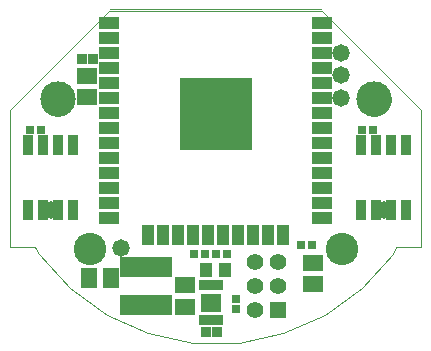
<source format=gts>
G75*
%MOIN*%
%OFA0B0*%
%FSLAX25Y25*%
%IPPOS*%
%LPD*%
%AMOC8*
5,1,8,0,0,1.08239X$1,22.5*
%
%ADD10C,0.00000*%
%ADD11C,0.11824*%
%ADD12R,0.06509X0.05328*%
%ADD13R,0.03359X0.03359*%
%ADD14R,0.04343X0.04540*%
%ADD15R,0.05328X0.06509*%
%ADD16R,0.01981X0.03753*%
%ADD17R,0.06548X0.06154*%
%ADD18R,0.03162X0.03162*%
%ADD19C,0.05800*%
%ADD20C,0.10800*%
%ADD21R,0.03200X0.06800*%
%ADD22R,0.06706X0.04343*%
%ADD23R,0.04343X0.06706*%
%ADD24R,0.24422X0.24422*%
%ADD25R,0.05600X0.05600*%
%ADD26C,0.05600*%
%ADD27R,0.17335X0.06706*%
%ADD28C,0.12611*%
D10*
X0037313Y0048654D02*
X0051223Y0042461D01*
X0066117Y0039295D01*
X0081344Y0039295D01*
X0096237Y0042461D01*
X0110148Y0048654D01*
X0122466Y0057604D01*
X0132655Y0068919D01*
X0133959Y0071179D01*
X0142234Y0071179D01*
X0142234Y0116849D01*
X0109163Y0149919D01*
X0038297Y0149919D01*
X0005226Y0116849D01*
X0005226Y0071179D01*
X0013501Y0071179D01*
X0014806Y0068919D01*
X0024994Y0057604D01*
X0037313Y0048654D01*
X0015462Y0120412D02*
X0015464Y0120560D01*
X0015470Y0120708D01*
X0015480Y0120856D01*
X0015494Y0121003D01*
X0015512Y0121150D01*
X0015533Y0121296D01*
X0015559Y0121442D01*
X0015589Y0121587D01*
X0015622Y0121731D01*
X0015660Y0121874D01*
X0015701Y0122016D01*
X0015746Y0122157D01*
X0015794Y0122297D01*
X0015847Y0122436D01*
X0015903Y0122573D01*
X0015963Y0122708D01*
X0016026Y0122842D01*
X0016093Y0122974D01*
X0016164Y0123104D01*
X0016238Y0123232D01*
X0016315Y0123358D01*
X0016396Y0123482D01*
X0016480Y0123604D01*
X0016567Y0123723D01*
X0016658Y0123840D01*
X0016752Y0123955D01*
X0016848Y0124067D01*
X0016948Y0124177D01*
X0017050Y0124283D01*
X0017156Y0124387D01*
X0017264Y0124488D01*
X0017375Y0124586D01*
X0017488Y0124682D01*
X0017604Y0124774D01*
X0017722Y0124863D01*
X0017843Y0124948D01*
X0017966Y0125031D01*
X0018091Y0125110D01*
X0018218Y0125186D01*
X0018347Y0125258D01*
X0018478Y0125327D01*
X0018611Y0125392D01*
X0018746Y0125453D01*
X0018882Y0125511D01*
X0019019Y0125566D01*
X0019158Y0125616D01*
X0019299Y0125663D01*
X0019440Y0125706D01*
X0019583Y0125746D01*
X0019727Y0125781D01*
X0019871Y0125813D01*
X0020017Y0125840D01*
X0020163Y0125864D01*
X0020310Y0125884D01*
X0020457Y0125900D01*
X0020604Y0125912D01*
X0020752Y0125920D01*
X0020900Y0125924D01*
X0021048Y0125924D01*
X0021196Y0125920D01*
X0021344Y0125912D01*
X0021491Y0125900D01*
X0021638Y0125884D01*
X0021785Y0125864D01*
X0021931Y0125840D01*
X0022077Y0125813D01*
X0022221Y0125781D01*
X0022365Y0125746D01*
X0022508Y0125706D01*
X0022649Y0125663D01*
X0022790Y0125616D01*
X0022929Y0125566D01*
X0023066Y0125511D01*
X0023202Y0125453D01*
X0023337Y0125392D01*
X0023470Y0125327D01*
X0023601Y0125258D01*
X0023730Y0125186D01*
X0023857Y0125110D01*
X0023982Y0125031D01*
X0024105Y0124948D01*
X0024226Y0124863D01*
X0024344Y0124774D01*
X0024460Y0124682D01*
X0024573Y0124586D01*
X0024684Y0124488D01*
X0024792Y0124387D01*
X0024898Y0124283D01*
X0025000Y0124177D01*
X0025100Y0124067D01*
X0025196Y0123955D01*
X0025290Y0123840D01*
X0025381Y0123723D01*
X0025468Y0123604D01*
X0025552Y0123482D01*
X0025633Y0123358D01*
X0025710Y0123232D01*
X0025784Y0123104D01*
X0025855Y0122974D01*
X0025922Y0122842D01*
X0025985Y0122708D01*
X0026045Y0122573D01*
X0026101Y0122436D01*
X0026154Y0122297D01*
X0026202Y0122157D01*
X0026247Y0122016D01*
X0026288Y0121874D01*
X0026326Y0121731D01*
X0026359Y0121587D01*
X0026389Y0121442D01*
X0026415Y0121296D01*
X0026436Y0121150D01*
X0026454Y0121003D01*
X0026468Y0120856D01*
X0026478Y0120708D01*
X0026484Y0120560D01*
X0026486Y0120412D01*
X0026484Y0120264D01*
X0026478Y0120116D01*
X0026468Y0119968D01*
X0026454Y0119821D01*
X0026436Y0119674D01*
X0026415Y0119528D01*
X0026389Y0119382D01*
X0026359Y0119237D01*
X0026326Y0119093D01*
X0026288Y0118950D01*
X0026247Y0118808D01*
X0026202Y0118667D01*
X0026154Y0118527D01*
X0026101Y0118388D01*
X0026045Y0118251D01*
X0025985Y0118116D01*
X0025922Y0117982D01*
X0025855Y0117850D01*
X0025784Y0117720D01*
X0025710Y0117592D01*
X0025633Y0117466D01*
X0025552Y0117342D01*
X0025468Y0117220D01*
X0025381Y0117101D01*
X0025290Y0116984D01*
X0025196Y0116869D01*
X0025100Y0116757D01*
X0025000Y0116647D01*
X0024898Y0116541D01*
X0024792Y0116437D01*
X0024684Y0116336D01*
X0024573Y0116238D01*
X0024460Y0116142D01*
X0024344Y0116050D01*
X0024226Y0115961D01*
X0024105Y0115876D01*
X0023982Y0115793D01*
X0023857Y0115714D01*
X0023730Y0115638D01*
X0023601Y0115566D01*
X0023470Y0115497D01*
X0023337Y0115432D01*
X0023202Y0115371D01*
X0023066Y0115313D01*
X0022929Y0115258D01*
X0022790Y0115208D01*
X0022649Y0115161D01*
X0022508Y0115118D01*
X0022365Y0115078D01*
X0022221Y0115043D01*
X0022077Y0115011D01*
X0021931Y0114984D01*
X0021785Y0114960D01*
X0021638Y0114940D01*
X0021491Y0114924D01*
X0021344Y0114912D01*
X0021196Y0114904D01*
X0021048Y0114900D01*
X0020900Y0114900D01*
X0020752Y0114904D01*
X0020604Y0114912D01*
X0020457Y0114924D01*
X0020310Y0114940D01*
X0020163Y0114960D01*
X0020017Y0114984D01*
X0019871Y0115011D01*
X0019727Y0115043D01*
X0019583Y0115078D01*
X0019440Y0115118D01*
X0019299Y0115161D01*
X0019158Y0115208D01*
X0019019Y0115258D01*
X0018882Y0115313D01*
X0018746Y0115371D01*
X0018611Y0115432D01*
X0018478Y0115497D01*
X0018347Y0115566D01*
X0018218Y0115638D01*
X0018091Y0115714D01*
X0017966Y0115793D01*
X0017843Y0115876D01*
X0017722Y0115961D01*
X0017604Y0116050D01*
X0017488Y0116142D01*
X0017375Y0116238D01*
X0017264Y0116336D01*
X0017156Y0116437D01*
X0017050Y0116541D01*
X0016948Y0116647D01*
X0016848Y0116757D01*
X0016752Y0116869D01*
X0016658Y0116984D01*
X0016567Y0117101D01*
X0016480Y0117220D01*
X0016396Y0117342D01*
X0016315Y0117466D01*
X0016238Y0117592D01*
X0016164Y0117720D01*
X0016093Y0117850D01*
X0016026Y0117982D01*
X0015963Y0118116D01*
X0015903Y0118251D01*
X0015847Y0118388D01*
X0015794Y0118527D01*
X0015746Y0118667D01*
X0015701Y0118808D01*
X0015660Y0118950D01*
X0015622Y0119093D01*
X0015589Y0119237D01*
X0015559Y0119382D01*
X0015533Y0119528D01*
X0015512Y0119674D01*
X0015494Y0119821D01*
X0015480Y0119968D01*
X0015470Y0120116D01*
X0015464Y0120264D01*
X0015462Y0120412D01*
X0038612Y0150628D02*
X0108691Y0150628D01*
X0120994Y0120412D02*
X0120996Y0120560D01*
X0121002Y0120708D01*
X0121012Y0120856D01*
X0121026Y0121003D01*
X0121044Y0121150D01*
X0121065Y0121296D01*
X0121091Y0121442D01*
X0121121Y0121587D01*
X0121154Y0121731D01*
X0121192Y0121874D01*
X0121233Y0122016D01*
X0121278Y0122157D01*
X0121326Y0122297D01*
X0121379Y0122436D01*
X0121435Y0122573D01*
X0121495Y0122708D01*
X0121558Y0122842D01*
X0121625Y0122974D01*
X0121696Y0123104D01*
X0121770Y0123232D01*
X0121847Y0123358D01*
X0121928Y0123482D01*
X0122012Y0123604D01*
X0122099Y0123723D01*
X0122190Y0123840D01*
X0122284Y0123955D01*
X0122380Y0124067D01*
X0122480Y0124177D01*
X0122582Y0124283D01*
X0122688Y0124387D01*
X0122796Y0124488D01*
X0122907Y0124586D01*
X0123020Y0124682D01*
X0123136Y0124774D01*
X0123254Y0124863D01*
X0123375Y0124948D01*
X0123498Y0125031D01*
X0123623Y0125110D01*
X0123750Y0125186D01*
X0123879Y0125258D01*
X0124010Y0125327D01*
X0124143Y0125392D01*
X0124278Y0125453D01*
X0124414Y0125511D01*
X0124551Y0125566D01*
X0124690Y0125616D01*
X0124831Y0125663D01*
X0124972Y0125706D01*
X0125115Y0125746D01*
X0125259Y0125781D01*
X0125403Y0125813D01*
X0125549Y0125840D01*
X0125695Y0125864D01*
X0125842Y0125884D01*
X0125989Y0125900D01*
X0126136Y0125912D01*
X0126284Y0125920D01*
X0126432Y0125924D01*
X0126580Y0125924D01*
X0126728Y0125920D01*
X0126876Y0125912D01*
X0127023Y0125900D01*
X0127170Y0125884D01*
X0127317Y0125864D01*
X0127463Y0125840D01*
X0127609Y0125813D01*
X0127753Y0125781D01*
X0127897Y0125746D01*
X0128040Y0125706D01*
X0128181Y0125663D01*
X0128322Y0125616D01*
X0128461Y0125566D01*
X0128598Y0125511D01*
X0128734Y0125453D01*
X0128869Y0125392D01*
X0129002Y0125327D01*
X0129133Y0125258D01*
X0129262Y0125186D01*
X0129389Y0125110D01*
X0129514Y0125031D01*
X0129637Y0124948D01*
X0129758Y0124863D01*
X0129876Y0124774D01*
X0129992Y0124682D01*
X0130105Y0124586D01*
X0130216Y0124488D01*
X0130324Y0124387D01*
X0130430Y0124283D01*
X0130532Y0124177D01*
X0130632Y0124067D01*
X0130728Y0123955D01*
X0130822Y0123840D01*
X0130913Y0123723D01*
X0131000Y0123604D01*
X0131084Y0123482D01*
X0131165Y0123358D01*
X0131242Y0123232D01*
X0131316Y0123104D01*
X0131387Y0122974D01*
X0131454Y0122842D01*
X0131517Y0122708D01*
X0131577Y0122573D01*
X0131633Y0122436D01*
X0131686Y0122297D01*
X0131734Y0122157D01*
X0131779Y0122016D01*
X0131820Y0121874D01*
X0131858Y0121731D01*
X0131891Y0121587D01*
X0131921Y0121442D01*
X0131947Y0121296D01*
X0131968Y0121150D01*
X0131986Y0121003D01*
X0132000Y0120856D01*
X0132010Y0120708D01*
X0132016Y0120560D01*
X0132018Y0120412D01*
X0132016Y0120264D01*
X0132010Y0120116D01*
X0132000Y0119968D01*
X0131986Y0119821D01*
X0131968Y0119674D01*
X0131947Y0119528D01*
X0131921Y0119382D01*
X0131891Y0119237D01*
X0131858Y0119093D01*
X0131820Y0118950D01*
X0131779Y0118808D01*
X0131734Y0118667D01*
X0131686Y0118527D01*
X0131633Y0118388D01*
X0131577Y0118251D01*
X0131517Y0118116D01*
X0131454Y0117982D01*
X0131387Y0117850D01*
X0131316Y0117720D01*
X0131242Y0117592D01*
X0131165Y0117466D01*
X0131084Y0117342D01*
X0131000Y0117220D01*
X0130913Y0117101D01*
X0130822Y0116984D01*
X0130728Y0116869D01*
X0130632Y0116757D01*
X0130532Y0116647D01*
X0130430Y0116541D01*
X0130324Y0116437D01*
X0130216Y0116336D01*
X0130105Y0116238D01*
X0129992Y0116142D01*
X0129876Y0116050D01*
X0129758Y0115961D01*
X0129637Y0115876D01*
X0129514Y0115793D01*
X0129389Y0115714D01*
X0129262Y0115638D01*
X0129133Y0115566D01*
X0129002Y0115497D01*
X0128869Y0115432D01*
X0128734Y0115371D01*
X0128598Y0115313D01*
X0128461Y0115258D01*
X0128322Y0115208D01*
X0128181Y0115161D01*
X0128040Y0115118D01*
X0127897Y0115078D01*
X0127753Y0115043D01*
X0127609Y0115011D01*
X0127463Y0114984D01*
X0127317Y0114960D01*
X0127170Y0114940D01*
X0127023Y0114924D01*
X0126876Y0114912D01*
X0126728Y0114904D01*
X0126580Y0114900D01*
X0126432Y0114900D01*
X0126284Y0114904D01*
X0126136Y0114912D01*
X0125989Y0114924D01*
X0125842Y0114940D01*
X0125695Y0114960D01*
X0125549Y0114984D01*
X0125403Y0115011D01*
X0125259Y0115043D01*
X0125115Y0115078D01*
X0124972Y0115118D01*
X0124831Y0115161D01*
X0124690Y0115208D01*
X0124551Y0115258D01*
X0124414Y0115313D01*
X0124278Y0115371D01*
X0124143Y0115432D01*
X0124010Y0115497D01*
X0123879Y0115566D01*
X0123750Y0115638D01*
X0123623Y0115714D01*
X0123498Y0115793D01*
X0123375Y0115876D01*
X0123254Y0115961D01*
X0123136Y0116050D01*
X0123020Y0116142D01*
X0122907Y0116238D01*
X0122796Y0116336D01*
X0122688Y0116437D01*
X0122582Y0116541D01*
X0122480Y0116647D01*
X0122380Y0116757D01*
X0122284Y0116869D01*
X0122190Y0116984D01*
X0122099Y0117101D01*
X0122012Y0117220D01*
X0121928Y0117342D01*
X0121847Y0117466D01*
X0121770Y0117592D01*
X0121696Y0117720D01*
X0121625Y0117850D01*
X0121558Y0117982D01*
X0121495Y0118116D01*
X0121435Y0118251D01*
X0121379Y0118388D01*
X0121326Y0118527D01*
X0121278Y0118667D01*
X0121233Y0118808D01*
X0121192Y0118950D01*
X0121154Y0119093D01*
X0121121Y0119237D01*
X0121091Y0119382D01*
X0121065Y0119528D01*
X0121044Y0119674D01*
X0121026Y0119821D01*
X0121012Y0119968D01*
X0121002Y0120116D01*
X0120996Y0120264D01*
X0120994Y0120412D01*
D11*
X0126506Y0120412D03*
X0020974Y0120412D03*
D12*
X0030856Y0121100D03*
X0030856Y0128187D03*
X0063533Y0058423D03*
X0063533Y0051337D03*
X0106289Y0058797D03*
X0106289Y0065884D03*
D13*
X0074026Y0042833D03*
X0070482Y0042833D03*
X0032707Y0133856D03*
X0029163Y0133856D03*
D14*
X0070463Y0063620D03*
X0076762Y0063620D03*
D15*
X0038691Y0060904D03*
X0031604Y0060904D03*
D16*
X0069203Y0058581D03*
X0071171Y0058581D03*
X0073140Y0058581D03*
X0075108Y0058581D03*
X0075108Y0046770D03*
X0073140Y0046770D03*
X0071171Y0046770D03*
X0069203Y0046770D03*
D17*
X0072156Y0052675D03*
D18*
X0080305Y0053896D03*
X0080305Y0050352D03*
X0077470Y0068719D03*
X0073927Y0068719D03*
X0069990Y0068719D03*
X0066447Y0068719D03*
X0102274Y0071967D03*
X0105817Y0071967D03*
X0122431Y0110274D03*
X0125974Y0110274D03*
X0015423Y0110274D03*
X0011880Y0110274D03*
D19*
X0018770Y0083660D03*
X0042077Y0070904D03*
X0115522Y0120943D03*
X0115522Y0128502D03*
X0115522Y0135943D03*
X0129636Y0083384D03*
D20*
X0115738Y0070471D03*
X0031663Y0070569D03*
D21*
X0026250Y0083647D03*
X0021250Y0083647D03*
X0016250Y0083647D03*
X0011250Y0083647D03*
X0011250Y0105247D03*
X0016250Y0105247D03*
X0021250Y0105247D03*
X0026250Y0105247D03*
X0121998Y0105208D03*
X0126998Y0105208D03*
X0131998Y0105208D03*
X0136998Y0105208D03*
X0136998Y0083608D03*
X0131998Y0083608D03*
X0126998Y0083608D03*
X0121998Y0083608D03*
D22*
X0109163Y0085982D03*
X0109163Y0090982D03*
X0109163Y0095982D03*
X0109163Y0100982D03*
X0109163Y0105982D03*
X0109163Y0110982D03*
X0109163Y0115982D03*
X0109163Y0120982D03*
X0109163Y0125982D03*
X0109163Y0130982D03*
X0109163Y0135982D03*
X0109163Y0140982D03*
X0109163Y0145982D03*
X0109163Y0080982D03*
X0038297Y0080982D03*
X0038297Y0085982D03*
X0038297Y0090982D03*
X0038297Y0095982D03*
X0038297Y0100982D03*
X0038297Y0105982D03*
X0038297Y0110982D03*
X0038297Y0115982D03*
X0038297Y0120982D03*
X0038297Y0125982D03*
X0038297Y0130982D03*
X0038297Y0135982D03*
X0038297Y0140982D03*
X0038297Y0145982D03*
D23*
X0051230Y0075116D03*
X0056230Y0075116D03*
X0061230Y0075116D03*
X0066230Y0075116D03*
X0071230Y0075116D03*
X0076230Y0075116D03*
X0081230Y0075116D03*
X0086230Y0075116D03*
X0091230Y0075116D03*
X0096230Y0075116D03*
D24*
X0073730Y0115667D03*
D25*
X0094596Y0050313D03*
D26*
X0086722Y0050313D03*
X0086722Y0058187D03*
X0086722Y0066061D03*
X0094596Y0066061D03*
X0094596Y0058187D03*
D27*
X0050502Y0064388D03*
X0050502Y0051789D03*
D28*
X0073730Y0115667D03*
M02*

</source>
